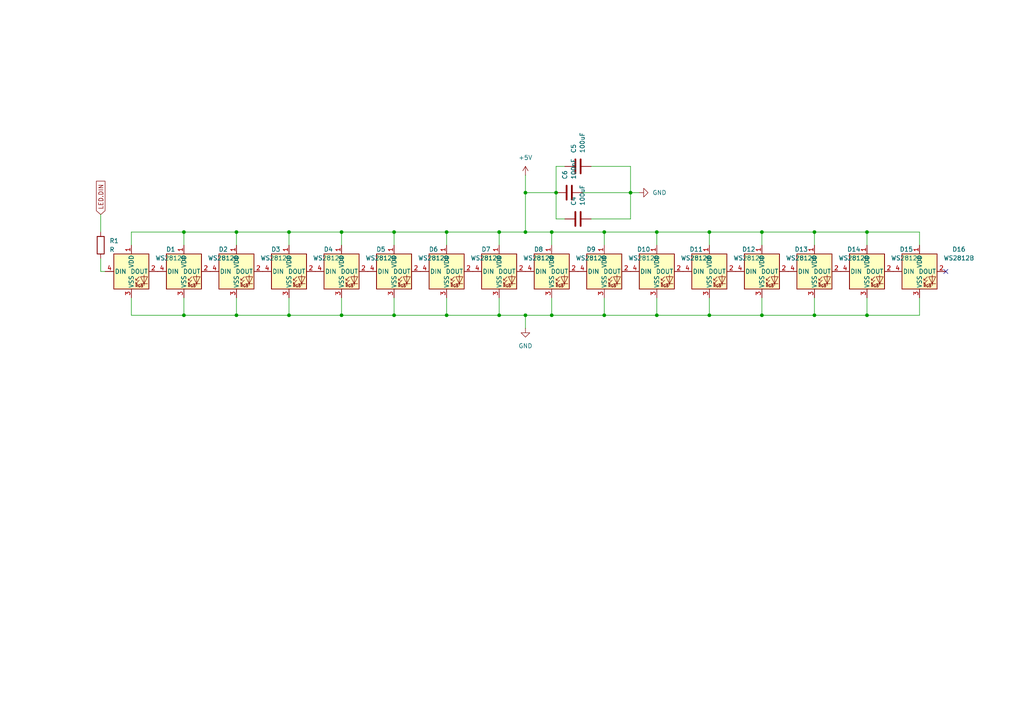
<source format=kicad_sch>
(kicad_sch (version 20250114) (generator "eeschema") (generator_version "9.0")
  (paper "A4")
  (lib_symbols
    (symbol "Device:C" (pin_numbers (hide yes)) (pin_names (offset 0.254))
      (property "Reference" "C" (at 0.635 2.54 0))
      (property "Value" "C" (at 0.635 -2.54 0))
      (symbol "C_0_1"
        (polyline (pts (xy -2.032 0.762) (xy 2.032 0.762)) (stroke (width 0.508)))
        (polyline (pts (xy -2.032 -0.762) (xy 2.032 -0.762)) (stroke (width 0.508)))
      )
      (symbol "C_1_1"
        (pin passive line (at 0 3.81 270) (length 2.794) (name "~") (number "1"))
        (pin passive line (at 0 -3.81 90) (length 2.794) (name "~") (number "2"))
      )
    )
    (symbol "Device:R" (pin_numbers (hide yes)) (pin_names (offset 0))
      (property "Reference" "R" (at 2.032 0 90))
      (property "Value" "R" (at 0 0 90))
      (symbol "R_0_1"
        (rectangle (start -1.016 -2.54) (end 1.016 2.54) (stroke (width 0.254)))
      )
      (symbol "R_1_1"
        (pin passive line (at 0 3.81 270) (length 1.27) (name "~") (number "1"))
        (pin passive line (at 0 -3.81 90) (length 1.27) (name "~") (number "2"))
      )
    )
    (symbol "LED:WS2812B" (pin_names (offset 0.254))
      (property "Reference" "D" (at 5.08 5.715 0))
      (property "Value" "WS2812B" (at 1.27 -5.715 0))
      (symbol "WS2812B_0_0"
        (text "RGB" (at 2.286 -4.191 0) (effects (font (size 0.762 0.762))))
      )
      (symbol "WS2812B_0_1"
        (polyline (pts (xy 1.27 -2.54) (xy 1.778 -2.54)))
        (polyline (pts (xy 1.27 -3.556) (xy 1.778 -3.556)))
        (polyline (pts (xy 2.286 -1.524) (xy 1.27 -2.54) (xy 1.27 -2.032)))
        (polyline (pts (xy 2.286 -2.54) (xy 1.27 -3.556) (xy 1.27 -3.048)))
        (polyline (pts (xy 3.683 -1.016) (xy 3.683 -3.556) (xy 3.683 -4.064)))
        (polyline (pts (xy 4.699 -1.524) (xy 2.667 -1.524) (xy 3.683 -3.556) (xy 4.699 -1.524)))
        (polyline (pts (xy 4.699 -3.556) (xy 2.667 -3.556)))
        (rectangle (start 5.08 5.08) (end -5.08 -5.08) (stroke (width 0.254)) (fill (type background)))
      )
      (symbol "WS2812B_1_1"
        (pin input line (at -7.62 0 0) (length 2.54) (name "DIN") (number "4"))
        (pin power_in line (at 0 7.62 270) (length 2.54) (name "VDD") (number "1"))
        (pin power_in line (at 0 -7.62 90) (length 2.54) (name "VSS") (number "3"))
        (pin output line (at 7.62 0 180) (length 2.54) (name "DOUT") (number "2"))
      )
    )
    (symbol "power:+5V" (power) (pin_numbers (hide yes)) (pin_names (offset 0) (hide yes))
      (property "Value" "+5V" (at 0 3.556 0))
      (symbol "+5V_0_1"
        (polyline (pts (xy -0.762 1.27) (xy 0 2.54)))
        (polyline (pts (xy 0 2.54) (xy 0.762 1.27)))
        (polyline (pts (xy 0 0) (xy 0 2.54)))
      )
      (symbol "+5V_1_1"
        (pin power_in line (at 0 0 90) (length 0) (name "~") (number "1"))
      )
    )
    (symbol "power:GND" (power) (pin_numbers (hide yes)) (pin_names (offset 0) (hide yes))
      (property "Value" "GND" (at 0 -3.81 0))
      (symbol "GND_0_1"
        (polyline (pts (xy 0 0) (xy 0 -1.27) (xy 1.27 -1.27) (xy 0 -2.54) (xy -1.27 -1.27) (xy 0 -1.27)))
      )
      (symbol "GND_1_1"
        (pin power_in line (at 0 0 270) (length 0) (name "~") (number "1"))
      )
    )
  )
  (junction (at 161.29 55.88))
  (junction (at 83.82 67.31))
  (junction (at 175.26 67.31))
  (junction (at 114.3 91.44))
  (junction (at 251.46 91.44))
  (junction (at 220.98 91.44))
  (junction (at 114.3 67.31))
  (junction (at 53.34 67.31))
  (junction (at 152.4 55.88))
  (junction (at 205.74 67.31))
  (junction (at 152.4 67.31))
  (junction (at 182.88 55.88))
  (junction (at 68.58 67.31))
  (junction (at 236.22 91.44))
  (junction (at 160.02 67.31))
  (junction (at 251.46 67.31))
  (junction (at 99.06 67.31))
  (junction (at 83.82 91.44))
  (junction (at 53.34 91.44))
  (junction (at 152.4 91.44))
  (junction (at 175.26 91.44))
  (junction (at 160.02 91.44))
  (junction (at 68.58 91.44))
  (junction (at 205.74 91.44))
  (junction (at 129.54 91.44))
  (junction (at 99.06 91.44))
  (junction (at 144.78 67.31))
  (junction (at 220.98 67.31))
  (junction (at 236.22 67.31))
  (junction (at 190.5 91.44))
  (junction (at 129.54 67.31))
  (junction (at 190.5 67.31))
  (junction (at 144.78 91.44))
  (no_connect (at 274.32 78.74))
  (wire (pts (xy 114.3 67.31) (xy 114.3 71.12)))
  (wire (pts (xy 190.5 67.31) (xy 205.74 67.31)))
  (wire (pts (xy 114.3 86.36) (xy 114.3 91.44)))
  (wire (pts (xy 53.34 67.31) (xy 53.34 71.12)))
  (wire (pts (xy 99.06 86.36) (xy 99.06 91.44)))
  (wire (pts (xy 161.29 48.26) (xy 161.29 55.88)))
  (wire (pts (xy 190.5 91.44) (xy 175.26 91.44)))
  (wire (pts (xy 168.91 55.88) (xy 182.88 55.88)))
  (wire (pts (xy 83.82 67.31) (xy 83.82 71.12)))
  (wire (pts (xy 190.5 67.31) (xy 190.5 71.12)))
  (wire (pts (xy 163.83 63.5) (xy 161.29 63.5)))
  (wire (pts (xy 29.21 62.23) (xy 29.21 67.31)))
  (wire (pts (xy 129.54 67.31) (xy 114.3 67.31)))
  (wire (pts (xy 99.06 67.31) (xy 99.06 71.12)))
  (wire (pts (xy 190.5 86.36) (xy 190.5 91.44)))
  (wire (pts (xy 53.34 91.44) (xy 68.58 91.44)))
  (wire (pts (xy 38.1 67.31) (xy 38.1 71.12)))
  (wire (pts (xy 175.26 91.44) (xy 160.02 91.44)))
  (wire (pts (xy 99.06 91.44) (xy 114.3 91.44)))
  (wire (pts (xy 266.7 91.44) (xy 251.46 91.44)))
  (wire (pts (xy 205.74 91.44) (xy 190.5 91.44)))
  (wire (pts (xy 152.4 55.88) (xy 161.29 55.88)))
  (wire (pts (xy 152.4 50.8) (xy 152.4 55.88)))
  (wire (pts (xy 68.58 67.31) (xy 68.58 71.12)))
  (wire (pts (xy 236.22 67.31) (xy 251.46 67.31)))
  (wire (pts (xy 182.88 48.26) (xy 182.88 55.88)))
  (wire (pts (xy 251.46 67.31) (xy 266.7 67.31)))
  (wire (pts (xy 83.82 86.36) (xy 83.82 91.44)))
  (wire (pts (xy 129.54 86.36) (xy 129.54 91.44)))
  (wire (pts (xy 114.3 67.31) (xy 99.06 67.31)))
  (wire (pts (xy 175.26 67.31) (xy 175.26 71.12)))
  (wire (pts (xy 251.46 86.36) (xy 251.46 91.44)))
  (wire (pts (xy 129.54 67.31) (xy 144.78 67.31)))
  (wire (pts (xy 144.78 91.44) (xy 152.4 91.44)))
  (wire (pts (xy 236.22 86.36) (xy 236.22 91.44)))
  (wire (pts (xy 29.21 78.74) (xy 30.48 78.74)))
  (wire (pts (xy 152.4 55.88) (xy 152.4 67.31)))
  (wire (pts (xy 68.58 91.44) (xy 83.82 91.44)))
  (wire (pts (xy 144.78 67.31) (xy 144.78 71.12)))
  (wire (pts (xy 182.88 63.5) (xy 182.88 55.88)))
  (wire (pts (xy 236.22 67.31) (xy 236.22 71.12)))
  (wire (pts (xy 251.46 91.44) (xy 236.22 91.44)))
  (wire (pts (xy 53.34 67.31) (xy 38.1 67.31)))
  (wire (pts (xy 38.1 91.44) (xy 53.34 91.44)))
  (wire (pts (xy 160.02 91.44) (xy 152.4 91.44)))
  (wire (pts (xy 68.58 67.31) (xy 53.34 67.31)))
  (wire (pts (xy 129.54 91.44) (xy 144.78 91.44)))
  (wire (pts (xy 129.54 67.31) (xy 129.54 71.12)))
  (wire (pts (xy 220.98 86.36) (xy 220.98 91.44)))
  (wire (pts (xy 236.22 91.44) (xy 220.98 91.44)))
  (wire (pts (xy 144.78 86.36) (xy 144.78 91.44)))
  (wire (pts (xy 175.26 67.31) (xy 190.5 67.31)))
  (wire (pts (xy 171.45 63.5) (xy 182.88 63.5)))
  (wire (pts (xy 205.74 67.31) (xy 220.98 67.31)))
  (wire (pts (xy 38.1 86.36) (xy 38.1 91.44)))
  (wire (pts (xy 163.83 48.26) (xy 161.29 48.26)))
  (wire (pts (xy 144.78 67.31) (xy 152.4 67.31)))
  (wire (pts (xy 152.4 91.44) (xy 152.4 95.25)))
  (wire (pts (xy 160.02 86.36) (xy 160.02 91.44)))
  (wire (pts (xy 161.29 63.5) (xy 161.29 55.88)))
  (wire (pts (xy 99.06 67.31) (xy 83.82 67.31)))
  (wire (pts (xy 220.98 91.44) (xy 205.74 91.44)))
  (wire (pts (xy 160.02 67.31) (xy 175.26 67.31)))
  (wire (pts (xy 83.82 91.44) (xy 99.06 91.44)))
  (wire (pts (xy 266.7 86.36) (xy 266.7 91.44)))
  (wire (pts (xy 175.26 86.36) (xy 175.26 91.44)))
  (wire (pts (xy 266.7 71.12) (xy 266.7 67.31)))
  (wire (pts (xy 205.74 86.36) (xy 205.74 91.44)))
  (wire (pts (xy 114.3 91.44) (xy 129.54 91.44)))
  (wire (pts (xy 182.88 55.88) (xy 185.42 55.88)))
  (wire (pts (xy 29.21 74.93) (xy 29.21 78.74)))
  (wire (pts (xy 220.98 67.31) (xy 236.22 67.31)))
  (wire (pts (xy 68.58 86.36) (xy 68.58 91.44)))
  (wire (pts (xy 152.4 67.31) (xy 160.02 67.31)))
  (wire (pts (xy 53.34 86.36) (xy 53.34 91.44)))
  (wire (pts (xy 83.82 67.31) (xy 68.58 67.31)))
  (wire (pts (xy 171.45 48.26) (xy 182.88 48.26)))
  (wire (pts (xy 205.74 67.31) (xy 205.74 71.12)))
  (wire (pts (xy 220.98 67.31) (xy 220.98 71.12)))
  (wire (pts (xy 251.46 67.31) (xy 251.46 71.12)))
  (wire (pts (xy 160.02 67.31) (xy 160.02 71.12)))
  (global_label "LED.DIN" (shape input) (at 29.21 62.23 90) (property "Intersheetrefs" "${INTERSHEET_REFS}" (effects (hide yes))))
  (symbol (lib_id "LED:WS2812B") (at 266.7 78.74 0) (unit 1)
    (property "Reference" "D16" (at 278.13 72.3198 0))
    (property "Value" "WS2812B" (at 278.13 74.8598 0))
    (property "Footprint" "LED_SMD:LED_WS2812B_PLCC4_5.0x5.0mm_P3.2mm" (effects (hide yes)))
    (property "Datasheet" "https://cdn-shop.adafruit.com/datasheets/WS2812B.pdf" (effects (hide yes)))
    (property "Description" "RGB LED with integrated controller" (effects (hide yes)))
  )
  (symbol (lib_id "LED:WS2812B") (at 160.02 78.74 0) (unit 1)
    (property "Reference" "D9" (at 171.45 72.3198 0))
    (property "Value" "WS2812B" (at 171.45 74.8598 0))
    (property "Footprint" "LED_SMD:LED_WS2812B_PLCC4_5.0x5.0mm_P3.2mm" (effects (hide yes)))
    (property "Datasheet" "https://cdn-shop.adafruit.com/datasheets/WS2812B.pdf" (effects (hide yes)))
    (property "Description" "RGB LED with integrated controller" (effects (hide yes)))
  )
  (symbol (lib_id "LED:WS2812B") (at 144.78 78.74 0) (unit 1)
    (property "Reference" "D8" (at 156.21 72.3198 0))
    (property "Value" "WS2812B" (at 156.21 74.8598 0))
    (property "Footprint" "LED_SMD:LED_WS2812B_PLCC4_5.0x5.0mm_P3.2mm" (effects (hide yes)))
    (property "Datasheet" "https://cdn-shop.adafruit.com/datasheets/WS2812B.pdf" (effects (hide yes)))
    (property "Description" "RGB LED with integrated controller" (effects (hide yes)))
  )
  (symbol (lib_id "LED:WS2812B") (at 53.34 78.74 0) (unit 1)
    (property "Reference" "D2" (at 64.77 72.3198 0))
    (property "Value" "WS2812B" (at 64.77 74.8598 0))
    (property "Footprint" "LED_SMD:LED_WS2812B_PLCC4_5.0x5.0mm_P3.2mm" (effects (hide yes)))
    (property "Datasheet" "https://cdn-shop.adafruit.com/datasheets/WS2812B.pdf" (effects (hide yes)))
    (property "Description" "RGB LED with integrated controller" (effects (hide yes)))
  )
  (symbol (lib_id "LED:WS2812B") (at 114.3 78.74 0) (unit 1)
    (property "Reference" "D6" (at 125.73 72.3198 0))
    (property "Value" "WS2812B" (at 125.73 74.8598 0))
    (property "Footprint" "LED_SMD:LED_WS2812B_PLCC4_5.0x5.0mm_P3.2mm" (effects (hide yes)))
    (property "Datasheet" "https://cdn-shop.adafruit.com/datasheets/WS2812B.pdf" (effects (hide yes)))
    (property "Description" "RGB LED with integrated controller" (effects (hide yes)))
  )
  (symbol (lib_id "Device:C") (at 167.64 63.5 90) (unit 1)
    (property "Reference" "C4" (at 166.3699 59.69 0) (effects (justify left)))
    (property "Value" "100uF" (at 168.9099 59.69 0) (effects (justify left)))
    (property "Description" "Unpolarized capacitor" (effects (hide yes)))
  )
  (symbol (lib_id "LED:WS2812B") (at 190.5 78.74 0) (unit 1)
    (property "Reference" "D11" (at 201.93 72.3198 0))
    (property "Value" "WS2812B" (at 201.93 74.8598 0))
    (property "Footprint" "LED_SMD:LED_WS2812B_PLCC4_5.0x5.0mm_P3.2mm" (effects (hide yes)))
    (property "Datasheet" "https://cdn-shop.adafruit.com/datasheets/WS2812B.pdf" (effects (hide yes)))
    (property "Description" "RGB LED with integrated controller" (effects (hide yes)))
  )
  (symbol (lib_id "LED:WS2812B") (at 99.06 78.74 0) (unit 1)
    (property "Reference" "D5" (at 110.49 72.3198 0))
    (property "Value" "WS2812B" (at 110.49 74.8598 0))
    (property "Footprint" "LED_SMD:LED_WS2812B_PLCC4_5.0x5.0mm_P3.2mm" (effects (hide yes)))
    (property "Datasheet" "https://cdn-shop.adafruit.com/datasheets/WS2812B.pdf" (effects (hide yes)))
    (property "Description" "RGB LED with integrated controller" (effects (hide yes)))
  )
  (symbol (lib_id "LED:WS2812B") (at 220.98 78.74 0) (unit 1)
    (property "Reference" "D13" (at 232.41 72.3198 0))
    (property "Value" "WS2812B" (at 232.41 74.8598 0))
    (property "Footprint" "LED_SMD:LED_WS2812B_PLCC4_5.0x5.0mm_P3.2mm" (effects (hide yes)))
    (property "Datasheet" "https://cdn-shop.adafruit.com/datasheets/WS2812B.pdf" (effects (hide yes)))
    (property "Description" "RGB LED with integrated controller" (effects (hide yes)))
  )
  (symbol (lib_id "LED:WS2812B") (at 251.46 78.74 0) (unit 1)
    (property "Reference" "D15" (at 262.89 72.3198 0))
    (property "Value" "WS2812B" (at 262.89 74.8598 0))
    (property "Footprint" "LED_SMD:LED_WS2812B_PLCC4_5.0x5.0mm_P3.2mm" (effects (hide yes)))
    (property "Datasheet" "https://cdn-shop.adafruit.com/datasheets/WS2812B.pdf" (effects (hide yes)))
    (property "Description" "RGB LED with integrated controller" (effects (hide yes)))
  )
  (symbol (lib_id "power:+5V") (at 152.4 50.8 0) (unit 1)
    (property "Reference" "#PWR016" (effects (hide yes)))
    (property "Value" "+5V" (at 152.4 45.72 0))
    (property "Description" "Power symbol creates a global label with name \"+5V\"" (effects (hide yes)))
  )
  (symbol (lib_id "Device:R") (at 29.21 71.12 0) (unit 1)
    (property "Reference" "R1" (at 31.75 69.8499 0) (effects (justify left)))
    (property "Value" "R" (at 31.75 72.3899 0) (effects (justify left)))
    (property "Description" "Resistor" (effects (hide yes)))
  )
  (symbol (lib_id "Device:C") (at 165.1 55.88 90) (unit 1)
    (property "Reference" "C6" (at 163.8299 52.07 0) (effects (justify left)))
    (property "Value" "100nF" (at 166.3699 52.07 0) (effects (justify left)))
    (property "Description" "Unpolarized capacitor" (effects (hide yes)))
  )
  (symbol (lib_id "power:GND") (at 185.42 55.88 90) (unit 1)
    (property "Reference" "#PWR017" (effects (hide yes)))
    (property "Value" "GND" (at 189.23 55.8799 90) (effects (justify right)))
    (property "Description" "Power symbol creates a global label with name \"GND\" , ground" (effects (hide yes)))
  )
  (symbol (lib_id "LED:WS2812B") (at 236.22 78.74 0) (unit 1)
    (property "Reference" "D14" (at 247.65 72.3198 0))
    (property "Value" "WS2812B" (at 247.65 74.8598 0))
    (property "Footprint" "LED_SMD:LED_WS2812B_PLCC4_5.0x5.0mm_P3.2mm" (effects (hide yes)))
    (property "Datasheet" "https://cdn-shop.adafruit.com/datasheets/WS2812B.pdf" (effects (hide yes)))
    (property "Description" "RGB LED with integrated controller" (effects (hide yes)))
  )
  (symbol (lib_id "power:GND") (at 152.4 95.25 0) (unit 1)
    (property "Reference" "#PWR018" (effects (hide yes)))
    (property "Value" "GND" (at 152.4 100.33 0))
    (property "Description" "Power symbol creates a global label with name \"GND\" , ground" (effects (hide yes)))
  )
  (symbol (lib_id "LED:WS2812B") (at 205.74 78.74 0) (unit 1)
    (property "Reference" "D12" (at 217.17 72.3198 0))
    (property "Value" "WS2812B" (at 217.17 74.8598 0))
    (property "Footprint" "LED_SMD:LED_WS2812B_PLCC4_5.0x5.0mm_P3.2mm" (effects (hide yes)))
    (property "Datasheet" "https://cdn-shop.adafruit.com/datasheets/WS2812B.pdf" (effects (hide yes)))
    (property "Description" "RGB LED with integrated controller" (effects (hide yes)))
  )
  (symbol (lib_id "LED:WS2812B") (at 68.58 78.74 0) (unit 1)
    (property "Reference" "D3" (at 80.01 72.3198 0))
    (property "Value" "WS2812B" (at 80.01 74.8598 0))
    (property "Footprint" "LED_SMD:LED_WS2812B_PLCC4_5.0x5.0mm_P3.2mm" (effects (hide yes)))
    (property "Datasheet" "https://cdn-shop.adafruit.com/datasheets/WS2812B.pdf" (effects (hide yes)))
    (property "Description" "RGB LED with integrated controller" (effects (hide yes)))
  )
  (symbol (lib_id "LED:WS2812B") (at 38.1 78.74 0) (unit 1)
    (property "Reference" "D1" (at 49.53 72.3198 0))
    (property "Value" "WS2812B" (at 49.53 74.8598 0))
    (property "Footprint" "LED_SMD:LED_WS2812B_PLCC4_5.0x5.0mm_P3.2mm" (effects (hide yes)))
    (property "Datasheet" "https://cdn-shop.adafruit.com/datasheets/WS2812B.pdf" (effects (hide yes)))
    (property "Description" "RGB LED with integrated controller" (effects (hide yes)))
  )
  (symbol (lib_id "LED:WS2812B") (at 129.54 78.74 0) (unit 1)
    (property "Reference" "D7" (at 140.97 72.3198 0))
    (property "Value" "WS2812B" (at 140.97 74.8598 0))
    (property "Footprint" "LED_SMD:LED_WS2812B_PLCC4_5.0x5.0mm_P3.2mm" (effects (hide yes)))
    (property "Datasheet" "https://cdn-shop.adafruit.com/datasheets/WS2812B.pdf" (effects (hide yes)))
    (property "Description" "RGB LED with integrated controller" (effects (hide yes)))
  )
  (symbol (lib_id "Device:C") (at 167.64 48.26 90) (unit 1)
    (property "Reference" "C5" (at 166.3699 44.45 0) (effects (justify left)))
    (property "Value" "100uF" (at 168.9099 44.45 0) (effects (justify left)))
    (property "Description" "Unpolarized capacitor" (effects (hide yes)))
  )
  (symbol (lib_id "LED:WS2812B") (at 175.26 78.74 0) (unit 1)
    (property "Reference" "D10" (at 186.69 72.3198 0))
    (property "Value" "WS2812B" (at 186.69 74.8598 0))
    (property "Footprint" "LED_SMD:LED_WS2812B_PLCC4_5.0x5.0mm_P3.2mm" (effects (hide yes)))
    (property "Datasheet" "https://cdn-shop.adafruit.com/datasheets/WS2812B.pdf" (effects (hide yes)))
    (property "Description" "RGB LED with integrated controller" (effects (hide yes)))
  )
  (symbol (lib_id "LED:WS2812B") (at 83.82 78.74 0) (unit 1)
    (property "Reference" "D4" (at 95.25 72.3198 0))
    (property "Value" "WS2812B" (at 95.25 74.8598 0))
    (property "Footprint" "LED_SMD:LED_WS2812B_PLCC4_5.0x5.0mm_P3.2mm" (effects (hide yes)))
    (property "Datasheet" "https://cdn-shop.adafruit.com/datasheets/WS2812B.pdf" (effects (hide yes)))
    (property "Description" "RGB LED with integrated controller" (effects (hide yes)))
  )
)
</source>
